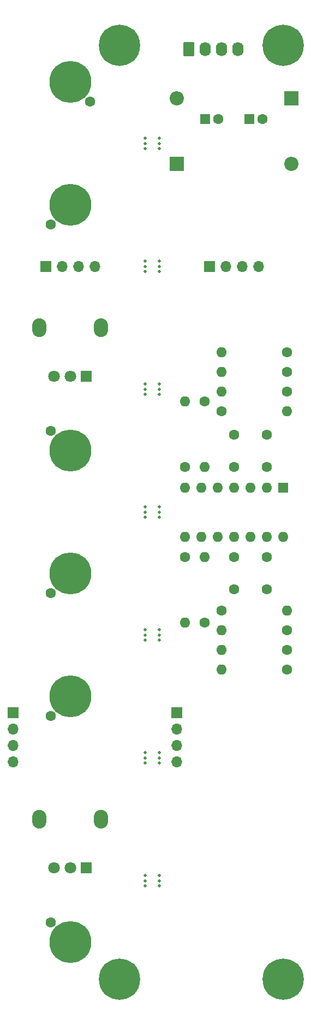
<source format=gts>
%TF.GenerationSoftware,KiCad,Pcbnew,(6.0.6-0)*%
%TF.CreationDate,2022-09-04T11:17:28+01:00*%
%TF.ProjectId,4u-simple-integrator,34752d73-696d-4706-9c65-2d696e746567,r02*%
%TF.SameCoordinates,Original*%
%TF.FileFunction,Soldermask,Top*%
%TF.FilePolarity,Negative*%
%FSLAX46Y46*%
G04 Gerber Fmt 4.6, Leading zero omitted, Abs format (unit mm)*
G04 Created by KiCad (PCBNEW (6.0.6-0)) date 2022-09-04 11:17:28*
%MOMM*%
%LPD*%
G01*
G04 APERTURE LIST*
G04 Aperture macros list*
%AMRoundRect*
0 Rectangle with rounded corners*
0 $1 Rounding radius*
0 $2 $3 $4 $5 $6 $7 $8 $9 X,Y pos of 4 corners*
0 Add a 4 corners polygon primitive as box body*
4,1,4,$2,$3,$4,$5,$6,$7,$8,$9,$2,$3,0*
0 Add four circle primitives for the rounded corners*
1,1,$1+$1,$2,$3*
1,1,$1+$1,$4,$5*
1,1,$1+$1,$6,$7*
1,1,$1+$1,$8,$9*
0 Add four rect primitives between the rounded corners*
20,1,$1+$1,$2,$3,$4,$5,0*
20,1,$1+$1,$4,$5,$6,$7,0*
20,1,$1+$1,$6,$7,$8,$9,0*
20,1,$1+$1,$8,$9,$2,$3,0*%
G04 Aperture macros list end*
%ADD10C,1.600000*%
%ADD11C,0.500000*%
%ADD12R,1.700000X1.700000*%
%ADD13O,1.700000X1.700000*%
%ADD14R,2.200000X2.200000*%
%ADD15O,2.200000X2.200000*%
%ADD16O,1.600000X1.600000*%
%ADD17RoundRect,0.250000X-0.620000X-0.845000X0.620000X-0.845000X0.620000X0.845000X-0.620000X0.845000X0*%
%ADD18O,1.740000X2.190000*%
%ADD19C,6.400000*%
%ADD20R,1.600000X1.600000*%
%ADD21C,6.500000*%
%ADD22O,2.200000X2.900000*%
%ADD23R,1.800000X1.800000*%
%ADD24C,1.800000*%
G04 APERTURE END LIST*
D10*
%TO.C,C4*%
X130810000Y-119935000D03*
X130810000Y-114935000D03*
%TD*%
D11*
%TO.C,mouse-bite-2.54mm-slot*%
X119210000Y-165100000D03*
X117010000Y-164300000D03*
X117010000Y-165900000D03*
X117010000Y-165100000D03*
X119210000Y-164300000D03*
X119210000Y-165900000D03*
%TD*%
D12*
%TO.C,J7*%
X101600000Y-69850000D03*
D13*
X104140000Y-69850000D03*
X106680000Y-69850000D03*
X109220000Y-69850000D03*
%TD*%
D14*
%TO.C,D1*%
X121920000Y-53975000D03*
D15*
X121920000Y-43815000D03*
%TD*%
D10*
%TO.C,R8*%
X128905000Y-92329000D03*
D16*
X139065000Y-92329000D03*
%TD*%
D10*
%TO.C,R11*%
X126238000Y-125095000D03*
D16*
X126238000Y-114935000D03*
%TD*%
D17*
%TO.C,J11*%
X123825000Y-36214990D03*
D18*
X126365000Y-36214990D03*
X128905000Y-36214990D03*
X131445000Y-36214990D03*
%TD*%
D10*
%TO.C,C3*%
X130810000Y-100965000D03*
X130810000Y-95965000D03*
%TD*%
%TO.C,R5*%
X139065000Y-126238000D03*
D16*
X128905000Y-126238000D03*
%TD*%
D11*
%TO.C,mouse-bite-2.54mm-slot*%
X119210000Y-145250000D03*
X119210000Y-146850000D03*
X119210000Y-146050000D03*
X117010000Y-146850000D03*
X117010000Y-146050000D03*
X117010000Y-145250000D03*
%TD*%
D10*
%TO.C,R2*%
X139065000Y-132334000D03*
D16*
X128905000Y-132334000D03*
%TD*%
D12*
%TO.C,J8*%
X96520000Y-139065000D03*
D13*
X96520000Y-141605000D03*
X96520000Y-144145000D03*
X96520000Y-146685000D03*
%TD*%
D11*
%TO.C,mouse-bite-2.54mm-slot*%
X117010000Y-50000000D03*
X119210000Y-51600000D03*
X119210000Y-50000000D03*
X119210000Y-50800000D03*
X117010000Y-51600000D03*
X117010000Y-50800000D03*
%TD*%
%TO.C,mouse-bite-2.54mm-slot*%
X117010000Y-127000000D03*
X119210000Y-126200000D03*
X117010000Y-126200000D03*
X119210000Y-127800000D03*
X117010000Y-127800000D03*
X119210000Y-127000000D03*
%TD*%
D10*
%TO.C,R12*%
X126238000Y-90805000D03*
D16*
X126238000Y-100965000D03*
%TD*%
D10*
%TO.C,R4*%
X139065000Y-129286000D03*
D16*
X128905000Y-129286000D03*
%TD*%
D10*
%TO.C,R3*%
X139065000Y-86233000D03*
D16*
X128905000Y-86233000D03*
%TD*%
D10*
%TO.C,C1*%
X135890000Y-114935000D03*
X135890000Y-119935000D03*
%TD*%
D11*
%TO.C,mouse-bite-2.54mm-slot*%
X119210000Y-69850000D03*
X119210000Y-70650000D03*
X117010000Y-69850000D03*
X117010000Y-70650000D03*
X119210000Y-69050000D03*
X117010000Y-69050000D03*
%TD*%
D10*
%TO.C,R9*%
X123190000Y-114935000D03*
D16*
X123190000Y-125095000D03*
%TD*%
D10*
%TO.C,R1*%
X139065000Y-83185000D03*
D16*
X128905000Y-83185000D03*
%TD*%
D10*
%TO.C,R6*%
X139065000Y-89281000D03*
D16*
X128905000Y-89281000D03*
%TD*%
D11*
%TO.C,mouse-bite-2.54mm-slot*%
X117010000Y-108750000D03*
X119210000Y-107950000D03*
X119210000Y-107150000D03*
X117010000Y-107150000D03*
X117010000Y-107950000D03*
X119210000Y-108750000D03*
%TD*%
D19*
%TO.C,H1*%
X138430000Y-180340000D03*
%TD*%
D20*
%TO.C,C5*%
X126365000Y-46990000D03*
D10*
X128365000Y-46990000D03*
%TD*%
%TO.C,C2*%
X135890000Y-100965000D03*
X135890000Y-95965000D03*
%TD*%
D19*
%TO.C,H3*%
X113030000Y-180340000D03*
%TD*%
%TO.C,H4*%
X113030000Y-35560000D03*
%TD*%
D10*
%TO.C,R10*%
X123190000Y-100965000D03*
D16*
X123190000Y-90805000D03*
%TD*%
D20*
%TO.C,U1*%
X138435000Y-104150000D03*
D16*
X135895000Y-104150000D03*
X133355000Y-104150000D03*
X130815000Y-104150000D03*
X128275000Y-104150000D03*
X125735000Y-104150000D03*
X123195000Y-104150000D03*
X123195000Y-111770000D03*
X125735000Y-111770000D03*
X128275000Y-111770000D03*
X130815000Y-111770000D03*
X133355000Y-111770000D03*
X135895000Y-111770000D03*
X138435000Y-111770000D03*
%TD*%
D20*
%TO.C,C6*%
X133255000Y-46990000D03*
D10*
X135255000Y-46990000D03*
%TD*%
%TO.C,R7*%
X128905000Y-123190000D03*
D16*
X139065000Y-123190000D03*
%TD*%
D14*
%TO.C,D2*%
X139700000Y-43815000D03*
D15*
X139700000Y-53975000D03*
%TD*%
D11*
%TO.C,mouse-bite-2.54mm-slot*%
X117010000Y-88900000D03*
X117010000Y-88100000D03*
X119210000Y-88900000D03*
X119210000Y-89700000D03*
X119210000Y-88100000D03*
X117010000Y-89700000D03*
%TD*%
D19*
%TO.C,H2*%
X138430000Y-35560000D03*
%TD*%
D21*
%TO.C,J1*%
X105410000Y-98425000D03*
D10*
X102362000Y-95377000D03*
%TD*%
D21*
%TO.C,J4*%
X105410000Y-41275000D03*
D10*
X108458000Y-44323000D03*
%TD*%
D21*
%TO.C,J3*%
X105410000Y-60325000D03*
D10*
X102362000Y-63373000D03*
%TD*%
D12*
%TO.C,J10*%
X121920000Y-139065000D03*
D13*
X121920000Y-141605000D03*
X121920000Y-144145000D03*
X121920000Y-146685000D03*
%TD*%
D22*
%TO.C,RV2*%
X110210000Y-155575000D03*
X100610000Y-155575000D03*
D23*
X107910000Y-163075000D03*
D24*
X105410000Y-163075000D03*
X102910000Y-163075000D03*
%TD*%
D22*
%TO.C,RV1*%
X100610000Y-79375000D03*
X110210000Y-79375000D03*
D23*
X107910000Y-86875000D03*
D24*
X105410000Y-86875000D03*
X102910000Y-86875000D03*
%TD*%
D12*
%TO.C,J9*%
X127000000Y-69850000D03*
D13*
X129540000Y-69850000D03*
X132080000Y-69850000D03*
X134620000Y-69850000D03*
%TD*%
D10*
%TO.C,J5*%
X102362000Y-139573000D03*
D21*
X105410000Y-136525000D03*
%TD*%
D10*
%TO.C,J6*%
X102362000Y-120523000D03*
D21*
X105410000Y-117475000D03*
%TD*%
%TO.C,J2*%
X105410000Y-174625000D03*
D10*
X102362000Y-171577000D03*
%TD*%
M02*

</source>
